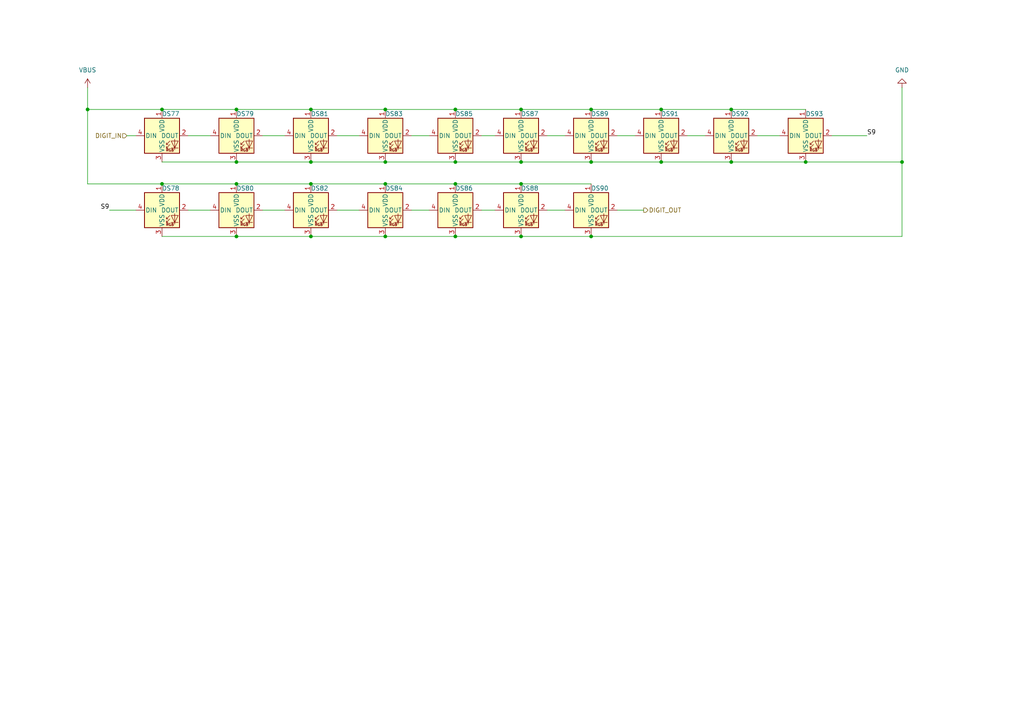
<source format=kicad_sch>
(kicad_sch (version 20250114) (generator "eeschema") (generator_version "9.0")
  (paper "A4")
  (lib_symbols
    (symbol "LED:WS2812B" (pin_names (offset 0.254))
      (property "Reference" "D" (at 5.08 5.715 0))
      (property "Value" "WS2812B" (at 1.27 -5.715 0))
      (symbol "WS2812B_0_0"
        (text "RGB" (at 2.286 -4.191 0) (effects (font (size 0.762 0.762))))
      )
      (symbol "WS2812B_0_1"
        (polyline (pts (xy 1.27 -2.54) (xy 1.778 -2.54)))
        (polyline (pts (xy 1.27 -3.556) (xy 1.778 -3.556)))
        (polyline (pts (xy 2.286 -1.524) (xy 1.27 -2.54) (xy 1.27 -2.032)))
        (polyline (pts (xy 2.286 -2.54) (xy 1.27 -3.556) (xy 1.27 -3.048)))
        (polyline (pts (xy 3.683 -1.016) (xy 3.683 -3.556) (xy 3.683 -4.064)))
        (polyline (pts (xy 4.699 -1.524) (xy 2.667 -1.524) (xy 3.683 -3.556) (xy 4.699 -1.524)))
        (polyline (pts (xy 4.699 -3.556) (xy 2.667 -3.556)))
        (rectangle (start 5.08 5.08) (end -5.08 -5.08) (stroke (width 0.254)) (fill (type background)))
      )
      (symbol "WS2812B_1_1"
        (pin input line (at -7.62 0 0) (length 2.54) (name "DIN") (number "4"))
        (pin power_in line (at 0 7.62 270) (length 2.54) (name "VDD") (number "1"))
        (pin power_in line (at 0 -7.62 90) (length 2.54) (name "VSS") (number "3"))
        (pin output line (at 7.62 0 180) (length 2.54) (name "DOUT") (number "2"))
      )
    )
    (symbol "power:GND" (power) (pin_names (offset 0))
      (property "Value" "GND" (at 0 -3.81 0))
      (symbol "GND_0_1"
        (polyline (pts (xy 0 0) (xy 0 -1.27) (xy 1.27 -1.27) (xy 0 -2.54) (xy -1.27 -1.27) (xy 0 -1.27)))
      )
      (symbol "GND_1_1"
        (pin power_in line (at 0 0 270) (length 0) (hide yes) (name "GND") (number "1"))
      )
    )
    (symbol "power:VBUS" (power) (pin_names (offset 0))
      (property "Value" "VBUS" (at 0 3.81 0))
      (symbol "VBUS_0_1"
        (polyline (pts (xy -0.762 1.27) (xy 0 2.54)))
        (polyline (pts (xy 0 2.54) (xy 0.762 1.27)))
        (polyline (pts (xy 0 0) (xy 0 2.54)))
      )
      (symbol "VBUS_1_1"
        (pin power_in line (at 0 0 90) (length 0) (hide yes) (name "VBUS") (number "1"))
      )
    )
  )
  (junction (at 90.17 68.58))
  (junction (at 68.58 46.99))
  (junction (at 90.17 53.34))
  (junction (at 132.08 68.58))
  (junction (at 111.76 53.34))
  (junction (at 46.99 53.34))
  (junction (at 111.76 46.99))
  (junction (at 68.58 31.75))
  (junction (at 191.77 46.99))
  (junction (at 90.17 46.99))
  (junction (at 212.09 31.75))
  (junction (at 191.77 31.75))
  (junction (at 111.76 31.75))
  (junction (at 171.45 68.58))
  (junction (at 212.09 46.99))
  (junction (at 132.08 31.75))
  (junction (at 151.13 46.99))
  (junction (at 46.99 31.75))
  (junction (at 132.08 53.34))
  (junction (at 261.62 46.99))
  (junction (at 151.13 31.75))
  (junction (at 151.13 68.58))
  (junction (at 171.45 46.99))
  (junction (at 151.13 53.34))
  (junction (at 171.45 31.75))
  (junction (at 68.58 53.34))
  (junction (at 111.76 68.58))
  (junction (at 25.4 31.75))
  (junction (at 68.58 68.58))
  (junction (at 233.68 46.99))
  (junction (at 132.08 46.99))
  (junction (at 90.17 31.75))
  (wire (pts (xy 76.2 39.37) (xy 82.55 39.37)))
  (wire (pts (xy 241.3 39.37) (xy 251.46 39.37)))
  (wire (pts (xy 111.76 46.99) (xy 132.08 46.99)))
  (wire (pts (xy 25.4 31.75) (xy 46.99 31.75)))
  (wire (pts (xy 25.4 53.34) (xy 46.99 53.34)))
  (wire (pts (xy 90.17 31.75) (xy 111.76 31.75)))
  (wire (pts (xy 151.13 68.58) (xy 171.45 68.58)))
  (wire (pts (xy 90.17 68.58) (xy 111.76 68.58)))
  (wire (pts (xy 171.45 46.99) (xy 191.77 46.99)))
  (wire (pts (xy 179.07 39.37) (xy 184.15 39.37)))
  (wire (pts (xy 151.13 31.75) (xy 171.45 31.75)))
  (wire (pts (xy 68.58 31.75) (xy 90.17 31.75)))
  (wire (pts (xy 25.4 25.4) (xy 25.4 31.75)))
  (wire (pts (xy 139.7 39.37) (xy 143.51 39.37)))
  (wire (pts (xy 111.76 53.34) (xy 132.08 53.34)))
  (wire (pts (xy 261.62 68.58) (xy 261.62 46.99)))
  (wire (pts (xy 31.75 60.96) (xy 39.37 60.96)))
  (wire (pts (xy 171.45 31.75) (xy 191.77 31.75)))
  (wire (pts (xy 132.08 53.34) (xy 151.13 53.34)))
  (wire (pts (xy 68.58 53.34) (xy 90.17 53.34)))
  (wire (pts (xy 111.76 31.75) (xy 132.08 31.75)))
  (wire (pts (xy 233.68 46.99) (xy 261.62 46.99)))
  (wire (pts (xy 68.58 68.58) (xy 90.17 68.58)))
  (wire (pts (xy 90.17 53.34) (xy 111.76 53.34)))
  (wire (pts (xy 171.45 68.58) (xy 261.62 68.58)))
  (wire (pts (xy 46.99 68.58) (xy 68.58 68.58)))
  (wire (pts (xy 46.99 53.34) (xy 68.58 53.34)))
  (wire (pts (xy 158.75 39.37) (xy 163.83 39.37)))
  (wire (pts (xy 46.99 46.99) (xy 68.58 46.99)))
  (wire (pts (xy 158.75 60.96) (xy 163.83 60.96)))
  (wire (pts (xy 219.71 39.37) (xy 226.06 39.37)))
  (wire (pts (xy 54.61 39.37) (xy 60.96 39.37)))
  (wire (pts (xy 191.77 46.99) (xy 212.09 46.99)))
  (wire (pts (xy 132.08 46.99) (xy 151.13 46.99)))
  (wire (pts (xy 191.77 31.75) (xy 212.09 31.75)))
  (wire (pts (xy 151.13 46.99) (xy 171.45 46.99)))
  (wire (pts (xy 139.7 60.96) (xy 143.51 60.96)))
  (wire (pts (xy 132.08 68.58) (xy 151.13 68.58)))
  (wire (pts (xy 76.2 60.96) (xy 82.55 60.96)))
  (wire (pts (xy 261.62 25.4) (xy 261.62 46.99)))
  (wire (pts (xy 46.99 31.75) (xy 68.58 31.75)))
  (wire (pts (xy 25.4 31.75) (xy 25.4 53.34)))
  (wire (pts (xy 111.76 68.58) (xy 132.08 68.58)))
  (wire (pts (xy 151.13 53.34) (xy 171.45 53.34)))
  (wire (pts (xy 119.38 60.96) (xy 124.46 60.96)))
  (wire (pts (xy 212.09 31.75) (xy 233.68 31.75)))
  (wire (pts (xy 97.79 39.37) (xy 104.14 39.37)))
  (wire (pts (xy 132.08 31.75) (xy 151.13 31.75)))
  (wire (pts (xy 68.58 46.99) (xy 90.17 46.99)))
  (wire (pts (xy 179.07 60.96) (xy 186.69 60.96)))
  (wire (pts (xy 54.61 60.96) (xy 60.96 60.96)))
  (wire (pts (xy 90.17 46.99) (xy 111.76 46.99)))
  (wire (pts (xy 199.39 39.37) (xy 204.47 39.37)))
  (wire (pts (xy 119.38 39.37) (xy 124.46 39.37)))
  (wire (pts (xy 36.83 39.37) (xy 39.37 39.37)))
  (wire (pts (xy 97.79 60.96) (xy 104.14 60.96)))
  (wire (pts (xy 212.09 46.99) (xy 233.68 46.99)))
  (label "S9" (at 31.75 60.96 180))
  (label "S9" (at 251.46 39.37 0))
  (hierarchical_label "DIGIT_IN" (shape input) (at 36.83 39.37 180))
  (hierarchical_label "DIGIT_OUT" (shape output) (at 186.69 60.96 0))
  (symbol (lib_id "LED:WS2812B") (at 132.08 39.37 0) (unit 1)
    (property "Reference" "DS68" (at 134.62 33.02 0))
    (property "Value" "WS2812B" (effects (hide yes)))
    (property "Footprint" "LED_SMD:LED_WS2812B_PLCC4_5.0x5.0mm_P3.2mm" (effects (hide yes)))
    (property "Datasheet" "https://cdn-shop.adafruit.com/datasheets/WS2812B.pdf" (effects (hide yes)))
    (property "LCSC" "C2843785" (effects (hide yes)))
    (instances (project "tomclock" (path "" (reference "DS85") (unit 1)) (path "" (reference "DS68") (unit 1)) (path "" (reference "DS102") (unit 1)) (path "" (reference "DS119") (unit 1))))
  )
  (symbol (lib_id "LED:WS2812B") (at 90.17 39.37 0) (unit 1)
    (property "Reference" "DS64" (at 92.71 33.02 0))
    (property "Value" "WS2812B" (effects (hide yes)))
    (property "Footprint" "LED_SMD:LED_WS2812B_PLCC4_5.0x5.0mm_P3.2mm" (effects (hide yes)))
    (property "Datasheet" "https://cdn-shop.adafruit.com/datasheets/WS2812B.pdf" (effects (hide yes)))
    (property "LCSC" "C2843785" (effects (hide yes)))
    (instances (project "tomclock" (path "" (reference "DS81") (unit 1)) (path "" (reference "DS64") (unit 1)) (path "" (reference "DS98") (unit 1)) (path "" (reference "DS115") (unit 1))))
  )
  (symbol (lib_id "LED:WS2812B") (at 171.45 39.37 0) (unit 1)
    (property "Reference" "DS72" (at 173.99 33.02 0))
    (property "Value" "WS2812B" (effects (hide yes)))
    (property "Footprint" "LED_SMD:LED_WS2812B_PLCC4_5.0x5.0mm_P3.2mm" (effects (hide yes)))
    (property "Datasheet" "https://cdn-shop.adafruit.com/datasheets/WS2812B.pdf" (effects (hide yes)))
    (property "LCSC" "C2843785" (effects (hide yes)))
    (instances (project "tomclock" (path "" (reference "DS89") (unit 1)) (path "" (reference "DS72") (unit 1)) (path "" (reference "DS106") (unit 1)) (path "" (reference "DS123") (unit 1))))
  )
  (symbol (lib_id "LED:WS2812B") (at 151.13 60.96 0) (unit 1)
    (property "Reference" "DS71" (at 153.67 54.61 0))
    (property "Value" "WS2812B" (effects (hide yes)))
    (property "Footprint" "LED_SMD:LED_WS2812B_PLCC4_5.0x5.0mm_P3.2mm" (effects (hide yes)))
    (property "Datasheet" "https://cdn-shop.adafruit.com/datasheets/WS2812B.pdf" (effects (hide yes)))
    (property "LCSC" "C2843785" (effects (hide yes)))
    (instances (project "tomclock" (path "" (reference "DS88") (unit 1)) (path "" (reference "DS71") (unit 1)) (path "" (reference "DS105") (unit 1)) (path "" (reference "DS122") (unit 1))))
  )
  (symbol (lib_id "power:GND") (at 261.62 25.4 180) (unit 1)
    (property "Reference" "#PWR04" (effects (hide yes)))
    (property "Value" "GND" (at 261.62 20.32 0))
    (instances (project "tomclock" (path "" (reference "#PWR0125") (unit 1)) (path "" (reference "#PWR04") (unit 1)) (path "" (reference "#PWR0127") (unit 1)) (path "" (reference "#PWR0129") (unit 1))))
  )
  (symbol (lib_id "LED:WS2812B") (at 233.68 39.37 0) (unit 1)
    (property "Reference" "DS76" (at 236.22 33.02 0))
    (property "Value" "WS2812B" (effects (hide yes)))
    (property "Footprint" "LED_SMD:LED_WS2812B_PLCC4_5.0x5.0mm_P3.2mm" (effects (hide yes)))
    (property "Datasheet" "https://cdn-shop.adafruit.com/datasheets/WS2812B.pdf" (effects (hide yes)))
    (property "LCSC" "C2843785" (effects (hide yes)))
    (instances (project "tomclock" (path "" (reference "DS93") (unit 1)) (path "" (reference "DS76") (unit 1)) (path "" (reference "DS110") (unit 1)) (path "" (reference "DS127") (unit 1))))
  )
  (symbol (lib_id "LED:WS2812B") (at 191.77 39.37 0) (unit 1)
    (property "Reference" "DS74" (at 194.31 33.02 0))
    (property "Value" "WS2812B" (effects (hide yes)))
    (property "Footprint" "LED_SMD:LED_WS2812B_PLCC4_5.0x5.0mm_P3.2mm" (effects (hide yes)))
    (property "Datasheet" "https://cdn-shop.adafruit.com/datasheets/WS2812B.pdf" (effects (hide yes)))
    (property "LCSC" "C2843785" (effects (hide yes)))
    (instances (project "tomclock" (path "" (reference "DS91") (unit 1)) (path "" (reference "DS74") (unit 1)) (path "" (reference "DS108") (unit 1)) (path "" (reference "DS125") (unit 1))))
  )
  (symbol (lib_id "LED:WS2812B") (at 171.45 60.96 0) (unit 1)
    (property "Reference" "DS73" (at 173.99 54.61 0))
    (property "Value" "WS2812B" (effects (hide yes)))
    (property "Footprint" "LED_SMD:LED_WS2812B_PLCC4_5.0x5.0mm_P3.2mm" (effects (hide yes)))
    (property "Datasheet" "https://cdn-shop.adafruit.com/datasheets/WS2812B.pdf" (effects (hide yes)))
    (property "LCSC" "C2843785" (effects (hide yes)))
    (instances (project "tomclock" (path "" (reference "DS90") (unit 1)) (path "" (reference "DS73") (unit 1)) (path "" (reference "DS107") (unit 1)) (path "" (reference "DS124") (unit 1))))
  )
  (symbol (lib_id "LED:WS2812B") (at 151.13 39.37 0) (unit 1)
    (property "Reference" "DS70" (at 153.67 33.02 0))
    (property "Value" "WS2812B" (effects (hide yes)))
    (property "Footprint" "LED_SMD:LED_WS2812B_PLCC4_5.0x5.0mm_P3.2mm" (effects (hide yes)))
    (property "Datasheet" "https://cdn-shop.adafruit.com/datasheets/WS2812B.pdf" (effects (hide yes)))
    (property "LCSC" "C2843785" (effects (hide yes)))
    (instances (project "tomclock" (path "" (reference "DS87") (unit 1)) (path "" (reference "DS70") (unit 1)) (path "" (reference "DS104") (unit 1)) (path "" (reference "DS121") (unit 1))))
  )
  (symbol (lib_id "LED:WS2812B") (at 212.09 39.37 0) (unit 1)
    (property "Reference" "DS75" (at 214.63 33.02 0))
    (property "Value" "WS2812B" (effects (hide yes)))
    (property "Footprint" "LED_SMD:LED_WS2812B_PLCC4_5.0x5.0mm_P3.2mm" (effects (hide yes)))
    (property "Datasheet" "https://cdn-shop.adafruit.com/datasheets/WS2812B.pdf" (effects (hide yes)))
    (property "LCSC" "C2843785" (effects (hide yes)))
    (instances (project "tomclock" (path "" (reference "DS92") (unit 1)) (path "" (reference "DS75") (unit 1)) (path "" (reference "DS109") (unit 1)) (path "" (reference "DS126") (unit 1))))
  )
  (symbol (lib_id "power:VBUS") (at 25.4 25.4 0) (unit 1)
    (property "Reference" "#PWR03" (effects (hide yes)))
    (property "Value" "VBUS" (at 25.4 20.32 0))
    (instances (project "tomclock" (path "" (reference "#PWR0124") (unit 1)) (path "" (reference "#PWR03") (unit 1)) (path "" (reference "#PWR0126") (unit 1)) (path "" (reference "#PWR0128") (unit 1))))
  )
  (symbol (lib_id "LED:WS2812B") (at 46.99 60.96 0) (unit 1)
    (property "Reference" "DS61" (at 49.53 54.61 0))
    (property "Value" "WS2812B" (effects (hide yes)))
    (property "Footprint" "LED_SMD:LED_WS2812B_PLCC4_5.0x5.0mm_P3.2mm" (effects (hide yes)))
    (property "Datasheet" "https://cdn-shop.adafruit.com/datasheets/WS2812B.pdf" (effects (hide yes)))
    (property "LCSC" "C2843785" (effects (hide yes)))
    (instances (project "tomclock" (path "" (reference "DS78") (unit 1)) (path "" (reference "DS61") (unit 1)) (path "" (reference "DS95") (unit 1)) (path "" (reference "DS112") (unit 1))))
  )
  (symbol (lib_id "LED:WS2812B") (at 46.99 39.37 0) (unit 1)
    (property "Reference" "DS60" (at 49.53 33.02 0))
    (property "Value" "WS2812B" (effects (hide yes)))
    (property "Footprint" "LED_SMD:LED_WS2812B_PLCC4_5.0x5.0mm_P3.2mm" (effects (hide yes)))
    (property "Datasheet" "https://cdn-shop.adafruit.com/datasheets/WS2812B.pdf" (effects (hide yes)))
    (property "LCSC" "C2843785" (effects (hide yes)))
    (instances (project "tomclock" (path "" (reference "DS77") (unit 1)) (path "" (reference "DS60") (unit 1)) (path "" (reference "DS94") (unit 1)) (path "" (reference "DS111") (unit 1))))
  )
  (symbol (lib_id "LED:WS2812B") (at 90.17 60.96 0) (unit 1)
    (property "Reference" "DS65" (at 92.71 54.61 0))
    (property "Value" "WS2812B" (effects (hide yes)))
    (property "Footprint" "LED_SMD:LED_WS2812B_PLCC4_5.0x5.0mm_P3.2mm" (effects (hide yes)))
    (property "Datasheet" "https://cdn-shop.adafruit.com/datasheets/WS2812B.pdf" (effects (hide yes)))
    (property "LCSC" "C2843785" (effects (hide yes)))
    (instances (project "tomclock" (path "" (reference "DS82") (unit 1)) (path "" (reference "DS65") (unit 1)) (path "" (reference "DS99") (unit 1)) (path "" (reference "DS116") (unit 1))))
  )
  (symbol (lib_id "LED:WS2812B") (at 68.58 60.96 0) (unit 1)
    (property "Reference" "DS63" (at 71.12 54.61 0))
    (property "Value" "WS2812B" (effects (hide yes)))
    (property "Footprint" "LED_SMD:LED_WS2812B_PLCC4_5.0x5.0mm_P3.2mm" (effects (hide yes)))
    (property "Datasheet" "https://cdn-shop.adafruit.com/datasheets/WS2812B.pdf" (effects (hide yes)))
    (property "LCSC" "C2843785" (effects (hide yes)))
    (instances (project "tomclock" (path "" (reference "DS80") (unit 1)) (path "" (reference "DS63") (unit 1)) (path "" (reference "DS97") (unit 1)) (path "" (reference "DS114") (unit 1))))
  )
  (symbol (lib_id "LED:WS2812B") (at 111.76 60.96 0) (unit 1)
    (property "Reference" "DS67" (at 114.3 54.61 0))
    (property "Value" "WS2812B" (effects (hide yes)))
    (property "Footprint" "LED_SMD:LED_WS2812B_PLCC4_5.0x5.0mm_P3.2mm" (effects (hide yes)))
    (property "Datasheet" "https://cdn-shop.adafruit.com/datasheets/WS2812B.pdf" (effects (hide yes)))
    (property "LCSC" "C2843785" (effects (hide yes)))
    (instances (project "tomclock" (path "" (reference "DS84") (unit 1)) (path "" (reference "DS67") (unit 1)) (path "" (reference "DS101") (unit 1)) (path "" (reference "DS118") (unit 1))))
  )
  (symbol (lib_id "LED:WS2812B") (at 111.76 39.37 0) (unit 1)
    (property "Reference" "DS66" (at 114.3 33.02 0))
    (property "Value" "WS2812B" (effects (hide yes)))
    (property "Footprint" "LED_SMD:LED_WS2812B_PLCC4_5.0x5.0mm_P3.2mm" (effects (hide yes)))
    (property "Datasheet" "https://cdn-shop.adafruit.com/datasheets/WS2812B.pdf" (effects (hide yes)))
    (property "LCSC" "C2843785" (effects (hide yes)))
    (instances (project "tomclock" (path "" (reference "DS83") (unit 1)) (path "" (reference "DS66") (unit 1)) (path "" (reference "DS100") (unit 1)) (path "" (reference "DS117") (unit 1))))
  )
  (symbol (lib_id "LED:WS2812B") (at 132.08 60.96 0) (unit 1)
    (property "Reference" "DS69" (at 134.62 54.61 0))
    (property "Value" "WS2812B" (effects (hide yes)))
    (property "Footprint" "LED_SMD:LED_WS2812B_PLCC4_5.0x5.0mm_P3.2mm" (effects (hide yes)))
    (property "Datasheet" "https://cdn-shop.adafruit.com/datasheets/WS2812B.pdf" (effects (hide yes)))
    (property "LCSC" "C2843785" (effects (hide yes)))
    (instances (project "tomclock" (path "" (reference "DS86") (unit 1)) (path "" (reference "DS69") (unit 1)) (path "" (reference "DS103") (unit 1)) (path "" (reference "DS120") (unit 1))))
  )
  (symbol (lib_id "LED:WS2812B") (at 68.58 39.37 0) (unit 1)
    (property "Reference" "DS62" (at 71.12 33.02 0))
    (property "Value" "WS2812B" (effects (hide yes)))
    (property "Footprint" "LED_SMD:LED_WS2812B_PLCC4_5.0x5.0mm_P3.2mm" (effects (hide yes)))
    (property "Datasheet" "https://cdn-shop.adafruit.com/datasheets/WS2812B.pdf" (effects (hide yes)))
    (property "LCSC" "C2843785" (effects (hide yes)))
    (instances (project "tomclock" (path "" (reference "DS79") (unit 1)) (path "" (reference "DS62") (unit 1)) (path "" (reference "DS96") (unit 1)) (path "" (reference "DS113") (unit 1))))
  )
)
</source>
